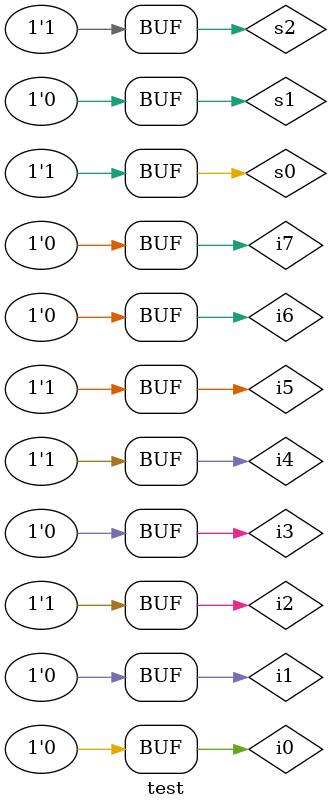
<source format=v>
`include "../lib/mux_8to1.v"

module test;

  reg s2, s1, s0;
  reg i7, i6, i5, i4, i3, i2, i1, i0;

  wire z;
  mux_8to1 mux(
    .s2(s2),
    .s1(s1),
    .s0(s0),
    .i7(i7),
    .i6(i6),
    .i5(i5),
    .i4(i4),
    .i3(i3),
    .i2(i2),
    .i1(i1),
    .i0(i0),
    .z (z));

// 000 0
// 001 1
// 010 2
// 011 3
// 100 4
// 101 5
// 110 6
// 111 7
 
  initial begin
    $monitor($time, ": %b  %b  %b  %b  %b  %b  %b  %b | %b  %b  %b | %b", i7,  i6,  i5,  i4,  i3,  i2,  i1,  i0,  s2,  s1,  s0, z);
    
    #5 i7 = 0; i6 = 0; i5 = 0;  i4 = 0; i3 = 0; i2 = 0; i1 = 0; i0 = 0; s2 = 0; s1 = 0; s0 = 0;
    #5 i4 = 1; i5 = 1; i2 = 1; s1 = 1; // 010 select i2
    #5 s0 = 1; // 011 select i3
    #5 s2 = 1; // 111 select i7
    #5 i7 = 0;
    #5 s1 = 0; // 101 select i5
    #5 i5 = 1;
  end

endmodule

 

</source>
